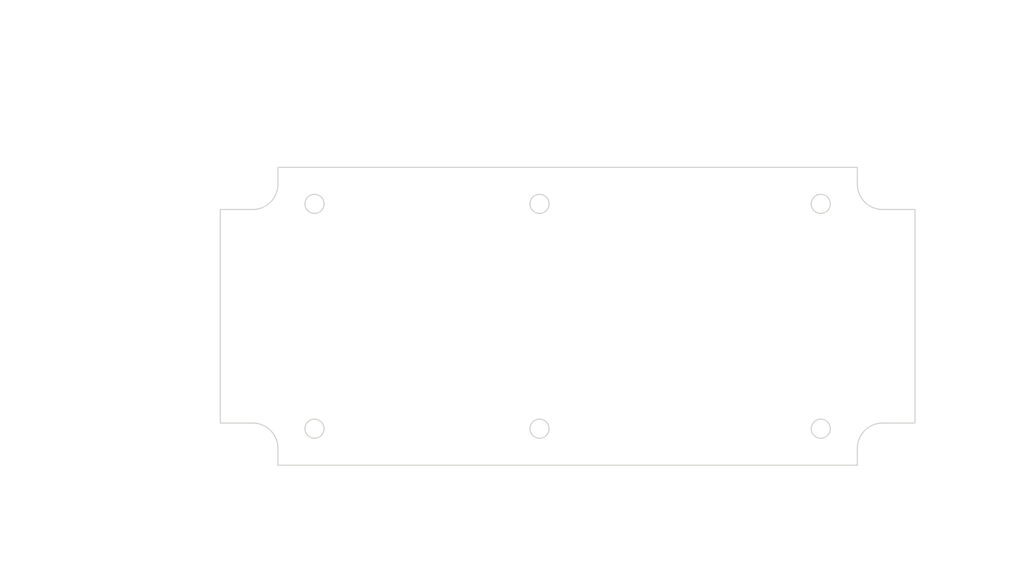
<source format=kicad_pcb>
(kicad_pcb (version 20171130) (host pcbnew "(5.1.0)-1")

  (general
    (thickness 1.6)
    (drawings 73)
    (tracks 0)
    (zones 0)
    (modules 0)
    (nets 1)
  )

  (page A4)
  (layers
    (0 F.Cu signal)
    (31 B.Cu signal)
    (32 B.Adhes user)
    (33 F.Adhes user)
    (34 B.Paste user)
    (35 F.Paste user)
    (36 B.SilkS user)
    (37 F.SilkS user)
    (38 B.Mask user)
    (39 F.Mask user)
    (40 Dwgs.User user)
    (41 Cmts.User user)
    (42 Eco1.User user)
    (43 Eco2.User user)
    (44 Edge.Cuts user)
    (45 Margin user)
    (46 B.CrtYd user)
    (47 F.CrtYd user)
    (48 B.Fab user)
    (49 F.Fab user)
  )

  (setup
    (last_trace_width 0.25)
    (trace_clearance 0.2)
    (zone_clearance 0.508)
    (zone_45_only no)
    (trace_min 0.2)
    (via_size 0.8)
    (via_drill 0.4)
    (via_min_size 0.4)
    (via_min_drill 0.3)
    (uvia_size 0.3)
    (uvia_drill 0.1)
    (uvias_allowed no)
    (uvia_min_size 0.2)
    (uvia_min_drill 0.1)
    (edge_width 0.05)
    (segment_width 0.2)
    (pcb_text_width 0.3)
    (pcb_text_size 1.5 1.5)
    (mod_edge_width 0.12)
    (mod_text_size 1 1)
    (mod_text_width 0.15)
    (pad_size 1.524 1.524)
    (pad_drill 0.762)
    (pad_to_mask_clearance 0.051)
    (solder_mask_min_width 0.25)
    (aux_axis_origin 0 0)
    (visible_elements FFFFFF7F)
    (pcbplotparams
      (layerselection 0x010fc_ffffffff)
      (usegerberextensions false)
      (usegerberattributes false)
      (usegerberadvancedattributes false)
      (creategerberjobfile false)
      (excludeedgelayer true)
      (linewidth 0.152400)
      (plotframeref false)
      (viasonmask false)
      (mode 1)
      (useauxorigin false)
      (hpglpennumber 1)
      (hpglpenspeed 20)
      (hpglpendiameter 15.000000)
      (psnegative false)
      (psa4output false)
      (plotreference true)
      (plotvalue true)
      (plotinvisibletext false)
      (padsonsilk false)
      (subtractmaskfromsilk false)
      (outputformat 1)
      (mirror false)
      (drillshape 1)
      (scaleselection 1)
      (outputdirectory ""))
  )

  (net 0 "")

  (net_class Default "This is the default net class."
    (clearance 0.2)
    (trace_width 0.25)
    (via_dia 0.8)
    (via_drill 0.4)
    (uvia_dia 0.3)
    (uvia_drill 0.1)
  )

  (gr_line (start 97.952337 111.748281) (end 97.952337 73.748281) (layer Edge.Cuts) (width 0.2))
  (gr_line (start 103.702337 111.748281) (end 97.952337 111.748281) (layer Edge.Cuts) (width 0.2))
  (gr_arc (start 103.702337 116.248281) (end 108.202337 116.248281) (angle -90) (layer Edge.Cuts) (width 0.2))
  (gr_line (start 108.202337 119.248281) (end 108.202337 116.248281) (layer Edge.Cuts) (width 0.2))
  (gr_line (start 211.202337 119.248281) (end 108.202337 119.248281) (layer Edge.Cuts) (width 0.2))
  (gr_line (start 211.202337 116.248281) (end 211.202337 119.248281) (layer Edge.Cuts) (width 0.2))
  (gr_arc (start 215.702337 116.248281) (end 215.702337 111.748281) (angle -90) (layer Edge.Cuts) (width 0.2))
  (gr_line (start 221.452337 111.748281) (end 215.702337 111.748281) (layer Edge.Cuts) (width 0.2))
  (gr_line (start 221.452337 73.748281) (end 221.452337 111.748281) (layer Edge.Cuts) (width 0.2))
  (gr_line (start 215.702337 73.748281) (end 221.452337 73.748281) (layer Edge.Cuts) (width 0.2))
  (gr_arc (start 215.702337 69.248281) (end 211.202337 69.248281) (angle -90) (layer Edge.Cuts) (width 0.2))
  (gr_line (start 211.202337 66.248281) (end 211.202337 69.248281) (layer Edge.Cuts) (width 0.2))
  (gr_line (start 108.202337 66.248281) (end 211.202337 66.248281) (layer Edge.Cuts) (width 0.2))
  (gr_line (start 108.202337 69.248281) (end 108.202337 66.248281) (layer Edge.Cuts) (width 0.2))
  (gr_arc (start 103.702337 69.248281) (end 103.702337 73.748281) (angle -90) (layer Edge.Cuts) (width 0.2))
  (gr_line (start 97.952337 73.748281) (end 103.702337 73.748281) (layer Edge.Cuts) (width 0.2))
  (gr_circle (center 204.702337 112.748281) (end 206.402337 112.748281) (layer Edge.Cuts) (width 0.2))
  (gr_circle (center 154.702337 112.748281) (end 156.402337 112.748281) (layer Edge.Cuts) (width 0.2))
  (gr_circle (center 114.702337 72.748281) (end 116.402337 72.748281) (layer Edge.Cuts) (width 0.2))
  (gr_circle (center 154.702337 72.748281) (end 156.402337 72.748281) (layer Edge.Cuts) (width 0.2))
  (gr_circle (center 114.702337 112.748281) (end 116.402337 112.748281) (layer Edge.Cuts) (width 0.2))
  (gr_circle (center 204.702337 72.748281) (end 206.402337 72.748281) (layer Edge.Cuts) (width 0.2))
  (gr_line (start 154.702337 72.838281) (end 154.702337 72.658281) (layer Dwgs.User) (width 0.2))
  (gr_line (start 154.612337 72.748281) (end 154.792337 72.748281) (layer Dwgs.User) (width 0.2))
  (gr_text " ∅3.40\n[∅0.13]" (at 142.57602 61.30011) (layer Dwgs.User)
    (effects (font (size 1.7 1.53) (thickness 0.2125)))
  )
  (gr_line (start 149.112889 61.30011) (end 153.079003 69.423407) (layer Dwgs.User) (width 0.2))
  (gr_line (start 147.112889 61.30011) (end 149.112889 61.30011) (layer Dwgs.User) (width 0.2))
  (gr_text [1.97] (at 182.564561 56.18806) (layer Dwgs.User)
    (effects (font (size 1.7 1.53) (thickness 0.2125)))
  )
  (gr_text " 50.00" (at 182.564561 52.630625) (layer Dwgs.User)
    (effects (font (size 1.7 1.53) (thickness 0.2125)))
  )
  (gr_line (start 156.702337 54.298599) (end 178.51995 54.298599) (layer Dwgs.User) (width 0.2))
  (gr_line (start 202.702337 54.298599) (end 186.609173 54.298599) (layer Dwgs.User) (width 0.2))
  (gr_line (start 154.702337 71.748281) (end 154.702337 51.123599) (layer Dwgs.User) (width 0.2))
  (gr_line (start 204.702337 71.748281) (end 204.702337 51.123599) (layer Dwgs.User) (width 0.2))
  (gr_text [1.57] (at 82.279165 83.789348) (layer Dwgs.User)
    (effects (font (size 1.7 1.53) (thickness 0.2125)))
  )
  (gr_text " 40.00" (at 82.279165 80.231913) (layer Dwgs.User)
    (effects (font (size 1.7 1.53) (thickness 0.2125)))
  )
  (gr_line (start 82.279165 74.748281) (end 82.279165 78.342452) (layer Dwgs.User) (width 0.2))
  (gr_line (start 82.279165 110.748281) (end 82.279165 85.457322) (layer Dwgs.User) (width 0.2))
  (gr_line (start 113.702337 72.748281) (end 79.104165 72.748281) (layer Dwgs.User) (width 0.2))
  (gr_line (start 113.702337 112.748281) (end 79.104165 112.748281) (layer Dwgs.User) (width 0.2))
  (gr_text [1.57] (at 135.094065 56.360627) (layer Dwgs.User)
    (effects (font (size 1.7 1.53) (thickness 0.2125)))
  )
  (gr_text " 40.00" (at 135.094065 52.803192) (layer Dwgs.User)
    (effects (font (size 1.7 1.53) (thickness 0.2125)))
  )
  (gr_line (start 116.702337 54.471166) (end 131.049454 54.471166) (layer Dwgs.User) (width 0.2))
  (gr_line (start 152.702337 54.471166) (end 139.138676 54.471166) (layer Dwgs.User) (width 0.2))
  (gr_line (start 114.702337 71.748281) (end 114.702337 51.296166) (layer Dwgs.User) (width 0.2))
  (gr_line (start 154.702337 71.748281) (end 154.702337 51.296166) (layer Dwgs.User) (width 0.2))
  (gr_text [R0.18] (at 117.605611 84.153764) (layer Dwgs.User)
    (effects (font (size 1.7 1.53) (thickness 0.2125)))
  )
  (gr_text " R4.50" (at 117.605611 80.596328) (layer Dwgs.User)
    (effects (font (size 1.7 1.53) (thickness 0.2125)))
  )
  (gr_line (start 111.13484 82.264302) (end 106.925533 74.892837) (layer Dwgs.User) (width 0.2))
  (gr_line (start 113.13484 82.264302) (end 111.13484 82.264302) (layer Dwgs.User) (width 0.2))
  (gr_text [1.50] (at 236.8038 83.528537) (layer Dwgs.User)
    (effects (font (size 1.7 1.53) (thickness 0.2125)))
  )
  (gr_text " 38.00" (at 236.8038 79.970522) (layer Dwgs.User)
    (effects (font (size 1.7 1.53) (thickness 0.2125)))
  )
  (gr_line (start 236.8038 75.748281) (end 236.8038 78.081061) (layer Dwgs.User) (width 0.2))
  (gr_line (start 236.8038 109.748281) (end 236.8038 85.197091) (layer Dwgs.User) (width 0.2))
  (gr_line (start 222.452337 73.748281) (end 239.9788 73.748281) (layer Dwgs.User) (width 0.2))
  (gr_line (start 222.452337 111.748281) (end 239.9788 111.748281) (layer Dwgs.User) (width 0.2))
  (gr_text [4.06] (at 177.328911 138.628462) (layer Dwgs.User)
    (effects (font (size 1.7 1.53) (thickness 0.2125)))
  )
  (gr_text " 103.00" (at 177.328911 135.070447) (layer Dwgs.User)
    (effects (font (size 1.7 1.53) (thickness 0.2125)))
  )
  (gr_line (start 110.202337 136.739001) (end 172.623898 136.739001) (layer Dwgs.User) (width 0.2))
  (gr_line (start 209.202337 136.739001) (end 182.033925 136.739001) (layer Dwgs.User) (width 0.2))
  (gr_line (start 108.202337 120.248281) (end 108.202337 139.914001) (layer Dwgs.User) (width 0.2))
  (gr_line (start 211.202337 120.248281) (end 211.202337 139.914001) (layer Dwgs.User) (width 0.2))
  (gr_text [4.86] (at 133.925616 41.637742) (layer Dwgs.User)
    (effects (font (size 1.7 1.53) (thickness 0.2125)))
  )
  (gr_text " 123.50" (at 133.925616 38.079727) (layer Dwgs.User)
    (effects (font (size 1.7 1.53) (thickness 0.2125)))
  )
  (gr_line (start 99.952337 39.748281) (end 129.220602 39.748281) (layer Dwgs.User) (width 0.2))
  (gr_line (start 219.452337 39.748281) (end 138.63063 39.748281) (layer Dwgs.User) (width 0.2))
  (gr_line (start 97.952337 72.748281) (end 97.952337 36.573281) (layer Dwgs.User) (width 0.2))
  (gr_line (start 221.452337 72.748281) (end 221.452337 36.573281) (layer Dwgs.User) (width 0.2))
  (gr_text [2.09] (at 62.814904 83.435547) (layer Dwgs.User)
    (effects (font (size 1.7 1.53) (thickness 0.2125)))
  )
  (gr_text " 53.00" (at 62.814904 79.877532) (layer Dwgs.User)
    (effects (font (size 1.7 1.53) (thickness 0.2125)))
  )
  (gr_line (start 62.814904 68.248281) (end 62.814904 77.988071) (layer Dwgs.User) (width 0.2))
  (gr_line (start 62.814904 117.248281) (end 62.814904 85.104101) (layer Dwgs.User) (width 0.2))
  (gr_line (start 107.202337 66.248281) (end 59.639904 66.248281) (layer Dwgs.User) (width 0.2))
  (gr_line (start 107.202337 119.248281) (end 59.639904 119.248281) (layer Dwgs.User) (width 0.2))

)

</source>
